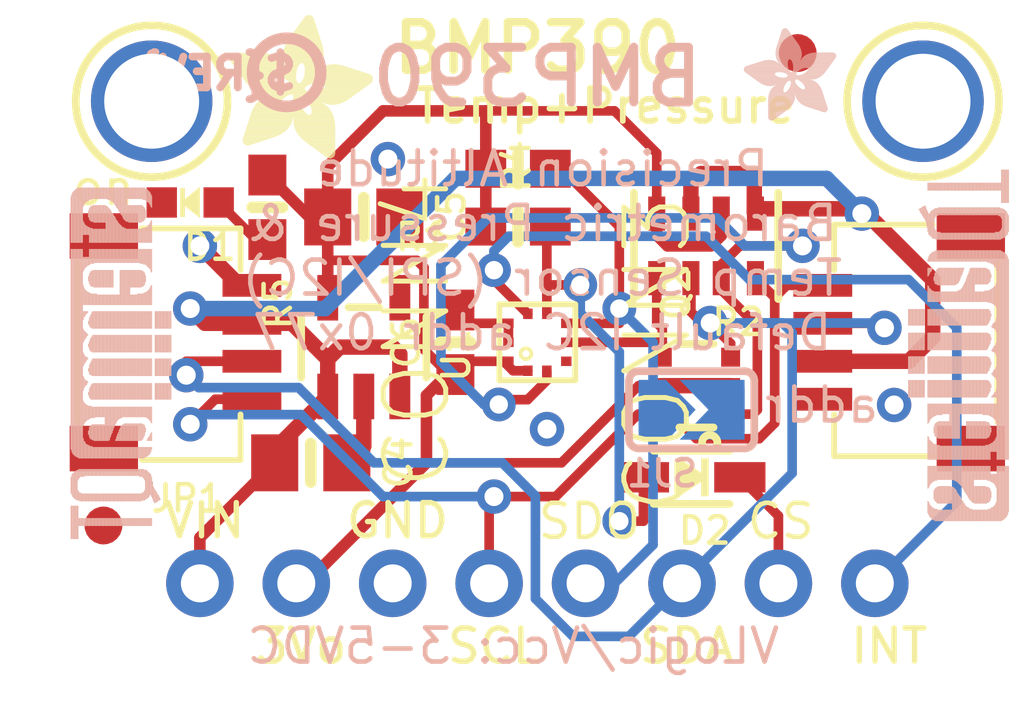
<source format=kicad_pcb>
(kicad_pcb (version 20221018) (generator pcbnew)
  (layers (0 "F.Cu" signal) (31 "B.Cu" signal) (34 "B.Paste" user) (35 "F.Paste" user) (36 "B.SilkS" user "B.Silkscreen") (37 "F.SilkS" user "F.Silkscreen") (38 "B.Mask" user) (39 "F.Mask" user) (44 "Edge.Cuts" user))
  (net 0 "")
  (net 1 "GND")
  (net 2 "SDI_3V")
  (net 3 "SCK_3V")
  (net 4 "CS_3V")
  (net 5 "3.3V")
  (net 6 "SDO/ADR")
  (net 7 "SDI/SDA")
  (net 8 "SCK/SCL")
  (net 9 "CS")
  (net 10 "INT")
  (net 11 "VCC")
  (net 12 "N$1")
  (footprint "Adafruit BMP390:RESPACK_4X0603" (layer "F.Cu") (at 165.6461 93.5736 180)
    (fp_text reference "R2" (at -1.6 -1.6) (layer "F.SilkS") (effects (font (size 0.692831 0.692831) (thickness 0.119969)) (justify right top)))
    (fp_text value "10K")
    (pad "1" smd rect (at -1.3 0.85 180) (size 0.45 0.9) (layers "F.Cu" "F.Paste" "F.Mask") (net 11 "VCC"))
    (pad "2" smd rect (at -0.4 0.85 180) (size 0.45 0.9) (layers "F.Cu" "F.Paste" "F.Mask") (net 5 "3.3V"))
    (pad "3" smd rect (at 0.4 0.85 180) (size 0.45 0.9) (layers "F.Cu" "F.Paste" "F.Mask") (net 11 "VCC"))
    (pad "4" smd rect (at 1.3 0.85 180) (size 0.45 0.9) (layers "F.Cu" "F.Paste" "F.Mask") (net 5 "3.3V"))
    (pad "5" smd rect (at 1.3 -0.85 180) (size 0.45 0.9) (layers "F.Cu" "F.Paste" "F.Mask") (net 2 "SDI_3V"))
    (pad "6" smd rect (at 0.4 -0.85 180) (size 0.45 0.9) (layers "F.Cu" "F.Paste" "F.Mask") (net 7 "SDI/SDA"))
    (pad "7" smd rect (at -0.4 -0.85 180) (size 0.45 0.9) (layers "F.Cu" "F.Paste" "F.Mask") (net 3 "SCK_3V"))
    (pad "8" smd rect (at -1.3 -0.85 180) (size 0.45 0.9) (layers "F.Cu" "F.Paste" "F.Mask") (net 8 "SCK/SCL"))
  )
  (footprint "Adafruit BMP390:0603-NO" (layer "F.Cu") (at 159.0421 96.1136 90)
    (fp_text reference "C6" (at -0.762 -0.889 90) (layer "F.SilkS") (effects (font (size 0.692831 0.692831) (thickness 0.119969)) (justify left bottom)))
    (fp_text value "0.1uF")
    (pad "1" smd rect (at -0.85 0 90) (size 1.075 1) (layers "F.Cu" "F.Paste" "F.Mask") (net 5 "3.3V"))
    (pad "2" smd rect (at 0.85 0 90) (size 1.075 1) (layers "F.Cu" "F.Paste" "F.Mask") (net 1 "GND"))
  )
  (footprint "Adafruit BMP390:JST_SH4" (layer "F.Cu") (at 151.1681 96.1136 -90)
    (fp_text reference "CONN4" (at -4.6 -5.9 90) (layer "F.SilkS") (effects (font (size 1.647139 1.647139) (thickness 0.130861)) (justify right top)))
    (fp_text value "STEMMA_I2C_QT" hide)
    (pad "1" smd rect (at -1.5 -2.514) (size 1.55 0.6) (layers "F.Cu" "F.Paste" "F.Mask") (net 1 "GND"))
    (pad "2" smd rect (at -0.5 -2.514) (size 1.55 0.6) (layers "F.Cu" "F.Paste" "F.Mask") (net 11 "VCC"))
    (pad "3" smd rect (at 0.5 -2.514) (size 1.55 0.6) (layers "F.Cu" "F.Paste" "F.Mask") (net 7 "SDI/SDA"))
    (pad "4" smd rect (at 1.5 -2.514) (size 1.55 0.6) (layers "F.Cu" "F.Paste" "F.Mask") (net 8 "SCK/SCL"))
    (pad "MT1" smd rect (at -2.8 1.386) (size 1.8 1.2) (layers "F.Cu" "F.Paste" "F.Mask") (net 1 "GND"))
    (pad "MT2" smd rect (at 2.8 1.386) (size 1.8 1.2) (layers "F.Cu" "F.Paste" "F.Mask") (net 1 "GND"))
  )
  (footprint "Adafruit BMP390:SOT23-5" (layer "F.Cu") (at 156.6291 96.2406)
    (fp_text reference "U1" (at 2.032 -0.562 90) (layer "F.SilkS") (effects (font (size 0.692831 0.692831) (thickness 0.119969)) (justify right top)))
    (fp_text value "AP2112K-3.3")
    (pad "1" smd rect (at -0.95 1.3001) (size 0.55 1.2) (layers "F.Cu" "F.Paste" "F.Mask") (net 11 "VCC"))
    (pad "2" smd rect (at 0 1.3001) (size 0.55 1.2) (layers "F.Cu" "F.Paste" "F.Mask") (net 1 "GND"))
    (pad "3" smd rect (at 0.95 1.3001) (size 0.55 1.2) (layers "F.Cu" "F.Paste" "F.Mask") (net 11 "VCC"))
    (pad "4" smd rect (at 0.95 -1.3001) (size 0.55 1.2) (layers "F.Cu" "F.Paste" "F.Mask"))
    (pad "5" smd rect (at -0.95 -1.3001) (size 0.55 1.2) (layers "F.Cu" "F.Paste" "F.Mask") (net 5 "3.3V"))
  )
  (footprint "Adafruit BMP390:0805-NO" (layer "F.Cu") (at 155.2321 99.2886)
    (fp_text reference "C4" (at 1.905 -0.762 90) (layer "F.SilkS") (effects (font (size 0.692831 0.692831) (thickness 0.119969)) (justify right top)))
    (fp_text value "10uF")
    (pad "1" smd rect (at -0.95 0) (size 1.24 1.5) (layers "F.Cu" "F.Paste" "F.Mask") (net 11 "VCC"))
    (pad "2" smd rect (at 0.95 0) (size 1.24 1.5) (layers "F.Cu" "F.Paste" "F.Mask") (net 1 "GND"))
  )
  (footprint "Adafruit BMP390:FIDUCIAL_1MM" (layer "F.Cu") (at 149.7711 100.9396)
    (fp_text reference "FID3" hide)
    (fp_text value "FIDUCIAL_1MM" hide)
    (pad "1" smd roundrect (at 0 0) (size 1 1) (layers "F.Cu" "F.Mask") (roundrect_rratio 0.5))
  )
  (footprint "Adafruit BMP390:0603-NO" (layer "F.Cu") (at 160.6931 91.5416 180)
    (fp_text reference "R4" (at 0.4445 0.8255 90) (layer "F.SilkS") (effects (font (size 0.692831 0.692831) (thickness 0.119969)) (justify right top)))
    (fp_text value "10K")
    (pad "1" smd rect (at -0.85 0 180) (size 1.075 1) (layers "F.Cu" "F.Paste" "F.Mask") (net 6 "SDO/ADR"))
    (pad "2" smd rect (at 0.85 0 180) (size 1.075 1) (layers "F.Cu" "F.Paste" "F.Mask") (net 5 "3.3V"))
  )
  (footprint "Adafruit BMP390:JST_SH4" (layer "F.Cu") (at 171.2341 96.1136 90)
    (fp_text reference "CONN3" (at -4.6 -5.9 90) (layer "F.SilkS") (effects (font (size 1.647139 1.647139) (thickness 0.130861)) (justify left bottom)))
    (fp_text value "STEMMA_I2C_QT" hide)
    (pad "1" smd rect (at -1.5 -2.514 180) (size 1.55 0.6) (layers "F.Cu" "F.Paste" "F.Mask") (net 1 "GND"))
    (pad "2" smd rect (at -0.5 -2.514 180) (size 1.55 0.6) (layers "F.Cu" "F.Paste" "F.Mask") (net 11 "VCC"))
    (pad "3" smd rect (at 0.5 -2.514 180) (size 1.55 0.6) (layers "F.Cu" "F.Paste" "F.Mask") (net 7 "SDI/SDA"))
    (pad "4" smd rect (at 1.5 -2.514 180) (size 1.55 0.6) (layers "F.Cu" "F.Paste" "F.Mask") (net 8 "SCK/SCL"))
    (pad "MT1" smd rect (at -2.8 1.386 180) (size 1.8 1.2) (layers "F.Cu" "F.Paste" "F.Mask") (net 1 "GND"))
    (pad "MT2" smd rect (at 2.8 1.386 180) (size 1.8 1.2) (layers "F.Cu" "F.Paste" "F.Mask") (net 1 "GND"))
  )
  (footprint "Adafruit BMP390:CHIPLED_0603_NOOUTLINE" (layer "F.Cu") (at 152.0571 92.4306 90)
    (fp_text reference "D1" (at -0.762 1.27) (layer "F.SilkS") (effects (font (size 0.692831 0.692831) (thickness 0.119969)) (justify right top)))
    (fp_text value "GREEN")
    (pad "A" smd rect (at 0 0.75 90) (size 0.8 0.8) (layers "F.Cu" "F.Paste" "F.Mask") (net 12 "N$1"))
    (pad "C" smd rect (at 0 -0.75 90) (size 0.8 0.8) (layers "F.Cu" "F.Paste" "F.Mask") (net 1 "GND"))
  )
  (footprint "Adafruit BMP390:BMP388" (layer "F.Cu") (at 161.2011 96.1136 180)
    (fp_text reference "IC1" hide)
    (fp_text value "BMP388" hide)
    (pad "1" smd rect (at 0.25 -0.75) (size 0.25 0.275) (layers "F.Cu" "F.Paste" "F.Mask") (net 5 "3.3V"))
    (pad "2" smd rect (at -0.25 -0.75) (size 0.25 0.275) (layers "F.Cu" "F.Paste" "F.Mask") (net 3 "SCK_3V"))
    (pad "3" smd rect (at -0.7625 -0.5 270) (size 0.25 0.275) (layers "F.Cu" "F.Paste" "F.Mask") (net 1 "GND"))
    (pad "4" smd rect (at -0.7625 0 270) (size 0.25 0.275) (layers "F.Cu" "F.Paste" "F.Mask") (net 2 "SDI_3V"))
    (pad "5" smd rect (at -0.7625 0.5 270) (size 0.25 0.275) (layers "F.Cu" "F.Paste" "F.Mask") (net 6 "SDO/ADR"))
    (pad "6" smd rect (at -0.25 0.75) (size 0.25 0.275) (layers "F.Cu" "F.Paste" "F.Mask") (net 4 "CS_3V"))
    (pad "7" smd rect (at 0.25 0.75) (size 0.25 0.275) (layers "F.Cu" "F.Paste" "F.Mask") (net 10 "INT"))
    (pad "8" smd rect (at 0.7625 0.5 270) (size 0.25 0.275) (layers "F.Cu" "F.Paste" "F.Mask") (net 1 "GND"))
    (pad "9" smd rect (at 0.7625 0 270) (size 0.25 0.275) (layers "F.Cu" "F.Paste" "F.Mask") (net 1 "GND"))
    (pad "10" smd rect (at 0.7625 -0.5 270) (size 0.25 0.275) (layers "F.Cu" "F.Paste" "F.Mask") (net 5 "3.3V"))
  )
  (footprint "Adafruit BMP390:0805-NO" (layer "F.Cu") (at 156.6291 92.8116)
    (fp_text reference "C5" (at 1.905 -0.762 90) (layer "F.SilkS") (effects (font (size 0.692831 0.692831) (thickness 0.119969)) (justify right top)))
    (fp_text value "10uF")
    (pad "1" smd rect (at -0.95 0) (size 1.24 1.5) (layers "F.Cu" "F.Paste" "F.Mask") (net 5 "3.3V"))
    (pad "2" smd rect (at 0.95 0) (size 1.24 1.5) (layers "F.Cu" "F.Paste" "F.Mask") (net 1 "GND"))
  )
  (footprint "Adafruit BMP390:ADAFRUIT_3.5MM" (layer "F.Cu") (at 153.0731 91.2876)
    (fp_text reference "U$46" hide)
    (fp_text value "" hide)
  )
  (footprint "Adafruit BMP390:MOUNTINGHOLE_2.5_PLATED" (layer "F.Cu") (at 171.3611 89.7636)
    (fp_text reference "U$41" hide)
    (fp_text value "MOUNTINGHOLE2.5" hide)
    (pad "P$1" thru_hole circle (at 0 0) (size 3.2 3.2) (drill 2.5) (layers "*.Cu" "*.Mask"))
  )
  (footprint "Adafruit BMP390:1X08_ROUND_70" (layer "F.Cu") (at 161.2011 102.4636)
    (fp_text reference "JP1" (at -10.2362 -1.8288) (layer "F.SilkS") (effects (font (size 0.692831 0.692831) (thickness 0.119969)) (justify left bottom)))
    (fp_text value "")
    (pad "1" thru_hole circle (at -8.89 0 90) (size 1.778 1.778) (drill 1) (layers "*.Cu" "*.Mask") (net 11 "VCC"))
    (pad "2" thru_hole circle (at -6.35 0 90) (size 1.778 1.778) (drill 1) (layers "*.Cu" "*.Mask") (net 5 "3.3V"))
    (pad "3" thru_hole circle (at -3.81 0 90) (size 1.778 1.778) (drill 1) (layers "*.Cu" "*.Mask") (net 1 "GND"))
    (pad "4" thru_hole circle (at -1.27 0 90) (size 1.778 1.778) (drill 1) (layers "*.Cu" "*.Mask") (net 8 "SCK/SCL"))
    (pad "5" thru_hole circle (at 1.27 0 90) (size 1.778 1.778) (drill 1) (layers "*.Cu" "*.Mask") (net 6 "SDO/ADR"))
    (pad "6" thru_hole circle (at 3.81 0 90) (size 1.778 1.778) (drill 1) (layers "*.Cu" "*.Mask") (net 7 "SDI/SDA"))
    (pad "7" thru_hole circle (at 6.35 0 90) (size 1.778 1.778) (drill 1) (layers "*.Cu" "*.Mask") (net 9 "CS"))
    (pad "8" thru_hole circle (at 8.89 0 90) (size 1.778 1.778) (drill 1) (layers "*.Cu" "*.Mask") (net 10 "INT"))
  )
  (footprint "Adafruit BMP390:MOUNTINGHOLE_2.5_PLATED" (layer "F.Cu") (at 151.0411 89.7636)
    (fp_text reference "U$40" hide)
    (fp_text value "MOUNTINGHOLE2.5" hide)
    (pad "P$1" thru_hole circle (at 0 0) (size 3.2 3.2) (drill 2.5) (layers "*.Cu" "*.Mask"))
  )
  (footprint "Adafruit BMP390:SOD-323" (layer "F.Cu") (at 165.2651 99.6696 180)
    (fp_text reference "D2" (at -1.1 -1) (layer "F.SilkS") (effects (font (size 0.692831 0.692831) (thickness 0.119969)) (justify right top)))
    (fp_text value "1N4148")
    (pad "A" smd rect (at 1.27 0 180) (size 1.35 0.8) (layers "F.Cu" "F.Paste" "F.Mask") (net 4 "CS_3V"))
    (pad "C" smd rect (at -1.27 0 180) (size 1.35 0.8) (layers "F.Cu" "F.Paste" "F.Mask") (net 9 "CS"))
  )
  (footprint "Adafruit BMP390:FIDUCIAL_1MM" (layer "F.Cu") (at 168.0591 88.4936)
    (fp_text reference "FID4" hide)
    (fp_text value "FIDUCIAL_1MM" hide)
    (pad "1" smd roundrect (at 0 0) (size 1 1) (layers "F.Cu" "F.Mask") (roundrect_rratio 0.5))
  )
  (footprint "Adafruit BMP390:SOT363" (layer "F.Cu") (at 165.3921 97.2566 90)
    (fp_text reference "Q2" (at 1.651 -0.127 90) (layer "F.SilkS") (effects (font (size 0.692831 0.692831) (thickness 0.119969)) (justify left bottom)))
    (fp_text value "BSS138")
    (pad "1" smd rect (at -0.75 0.9 90) (size 0.5 0.5) (layers "F.Cu" "F.Paste" "F.Mask") (net 3 "SCK_3V"))
    (pad "2" smd rect (at 0 0.9 90) (size 0.4 0.5) (layers "F.Cu" "F.Paste" "F.Mask") (net 5 "3.3V"))
    (pad "3" smd rect (at 0.75 0.9 90) (size 0.5 0.5) (layers "F.Cu" "F.Paste" "F.Mask") (net 7 "SDI/SDA"))
    (pad "4" smd rect (at 0.75 -0.9 90) (size 0.5 0.5) (layers "F.Cu" "F.Paste" "F.Mask") (net 2 "SDI_3V"))
    (pad "5" smd rect (at 0 -0.9 90) (size 0.4 0.5) (layers "F.Cu" "F.Paste" "F.Mask") (net 5 "3.3V"))
    (pad "6" smd rect (at -0.75 -0.9 90) (size 0.5 0.5) (layers "F.Cu" "F.Paste" "F.Mask") (net 8 "SCK/SCL"))
  )
  (footprint "Adafruit BMP390:0603-NO" (layer "F.Cu") (at 154.0891 92.5576 -90)
    (fp_text reference "R5" (at 1.778 0.127 90) (layer "F.SilkS") (effects (font (size 0.692831 0.692831) (thickness 0.119969)) (justify right top)))
    (fp_text value "10K")
    (pad "1" smd rect (at -0.85 0 270) (size 1.075 1) (layers "F.Cu" "F.Paste" "F.Mask") (net 5 "3.3V"))
    (pad "2" smd rect (at 0.85 0 270) (size 1.075 1) (layers "F.Cu" "F.Paste" "F.Mask") (net 12 "N$1"))
  )
  (footprint "Adafruit BMP390:0603-NO" (layer "F.Cu") (at 160.6931 93.0656 180)
    (fp_text reference "R1" (at 1.778 0.127) (layer "F.SilkS") (effects (font (size 0.692831 0.692831) (thickness 0.119969)) (justify right top)))
    (fp_text value "10K")
    (pad "1" smd rect (at -0.85 0 180) (size 1.075 1) (layers "F.Cu" "F.Paste" "F.Mask") (net 4 "CS_3V"))
    (pad "2" smd rect (at 0.85 0 180) (size 1.075 1) (layers "F.Cu" "F.Paste" "F.Mask") (net 5 "3.3V"))
  )
  (footprint "Adafruit BMP390:STEMMAQT" (layer "B.Cu") (at 170.9801 100.8126 90)
    (fp_text reference "U$48" hide)
    (fp_text value "" hide)
  )
  (footprint "Adafruit BMP390:ADAFRUIT_2.5MM" (layer "B.Cu") (at 169.0751 90.2716 180)
    (fp_text reference "U$2" hide)
    (fp_text value "" hide)
  )
  (footprint "Adafruit BMP390:SOLDERJUMPER_ARROW_NOPASTE" (layer "B.Cu") (at 165.2651 97.8916)
    (fp_text reference "SJ1" (at -1.778 1.27) (layer "B.SilkS") (effects (font (size 0.692831 0.692831) (thickness 0.119969)) (justify right top mirror)))
    (fp_text value "")
    (fp_poly (pts (xy 0.106121 -0.002663) (xy -0.679416 -0.7882) (xy -1.3946 -0.7882) (xy -1.3946 0.7882) (xy -0.62715 0.7882)) (fill solid) (layer "B.Cu"))
    (fp_poly (pts (xy 1.3946 -0.7882) (xy -0.315893 -0.7882) (xy 0.443148 0) (xy -0.315893 0.7882) (xy 1.3946 0.7882)) (fill solid) (layer "B.Cu"))
    (pad "1" smd roundrect (at -1.016 0) (size 0.762 1.524) (layers "B.Cu") (net 6 "SDO/ADR"))
    (pad "2" smd roundrect (at 1.016 0) (size 0.762 1.524) (layers "B.Cu") (net 1 "GND"))
  )
  (footprint "Adafruit BMP390:STEMMAQT" (layer "B.Cu") (at 151.5491 92.0496 -90)
    (fp_text reference "U$49" hide)
    (fp_text value "" hide)
  )
  (footprint "Adafruit BMP390:PCBFEAT-REV-040" (layer "B.Cu") (at 154.5971 89.0016 180)
    (fp_text reference "U$47" hide)
    (fp_text value "" hide)
    (fp_text user "${REV}" (at -0.3556 -0.508) (layer "B.SilkS") (effects (font (size 0.8128 0.8128) (thickness 0.2032)) (justify left bottom mirror)))
  )
  (gr_text "BMP390" (at 161.2011 89.1286) (layer "B.SilkS") (effects (font (size 1.441704 1.441704) (thickness 0.234696)) (justify mirror)))
  (gr_text "VLogic/Vcc: 3-5VDC" (at 160.5661 104.1146) (layer "B.SilkS") (effects (font (size 0.89408 0.89408) (thickness 0.12192)) (justify mirror)))
  (gr_text "addr" (at 168.6941 97.7646) (layer "B.SilkS") (effects (font (size 0.89408 0.89408) (thickness 0.12192)) (justify mirror)))
  (gr_text "Precision Altitude\nBarometric Pressure &\nTemp Sensor (SPI/I2C)\nDefault I2C addr 0x77" (at 161.3281 93.7006) (layer "B.SilkS") (effects (font (size 0.89408 0.89408) (thickness 0.12192)) (justify mirror)))
  (gr_text "Temp+Pressure" (at 162.9791 89.8906) (layer "F.SilkS") (effects (font (size 0.8636 0.8636) (thickness 0.1524))))
  (gr_text "CS" (at 168.5671 100.3046) (layer "F.SilkS") (effects (font (size 0.89408 0.89408) (thickness 0.12192)) (justify right top)))
  (gr_text "INT" (at 170.4721 104.1146) (layer "F.SilkS") (effects (font (size 0.87376 0.87376) (thickness 0.14224))))
  (gr_text "3Vo" (at 154.9781 104.1146) (layer "F.SilkS") (effects (font (size 0.87376 0.87376) (thickness 0.14224))))
  (gr_text "VIN" (at 152.4381 100.8126) (layer "F.SilkS") (effects (font (size 0.87376 0.87376) (thickness 0.14224))))
  (gr_text "SCL" (at 160.0581 104.1146) (layer "F.SilkS") (effects (font (size 0.87376 0.87376) (thickness 0.14224))))
  (gr_text "on" (at 148.8821 92.5576) (layer "F.SilkS") (effects (font (size 0.89408 0.89408) (thickness 0.12192)) (justify left bottom)))
  (gr_text "BMP390" (at 161.2011 88.3666) (layer "F.SilkS") (effects (font (size 1.25222 1.25222) (thickness 0.22098))))
  (gr_text "GND" (at 157.5181 100.8126) (layer "F.SilkS") (effects (font (size 0.87376 0.87376) (thickness 0.14224))))
  (gr_text "SDA" (at 165.1381 104.1146) (layer "F.SilkS") (effects (font (size 0.87376 0.87376) (thickness 0.14224))))
  (gr_text "SDO" (at 163.9951 100.3046) (layer "F.SilkS") (effects (font (size 0.89408 0.89408) (thickness 0.12192)) (justify right top)))
  (segment (start 156.1821 99.2886) (end 156.6291 98.8416) (width 0.4064) (layer "F.Cu") (net 1))
  (segment (start 156.6291 97.5407) (end 156.6291 98.8416) (width 0.4064) (layer "F.Cu") (net 1))
  (segment (start 159.3921 95.6136) (end 159.0421 95.2636) (width 0.254) (layer "F.Cu") (net 1))
  (segment (start 153.6821 94.6136) (end 153.3511 94.6136) (width 0.4064) (layer "F.Cu") (net 1))
  (segment (start 160.4386 95.6136) (end 159.3921 95.6136) (width 0.254) (layer "F.Cu") (net 1))
  (segment (start 160.4386 95.6136) (end 160.4386 96.1136) (width 0.254) (layer "F.Cu") (net 1))
  (segment (start 153.3511 94.6136) (end 152.3111 93.5736) (width 0.4064) (layer "F.Cu") (net 1))
  (via (at 152.3111 93.5736) (size 0.9064) (drill 0.5) (layers "F.Cu" "B.Cu") (net 1))
  (via (at 157.2641 91.2876) (size 0.9064) (drill 0.5) (layers "F.Cu" "B.Cu") (net 1))
  (via (at 170.5991 97.7646) (size 0.9064) (drill 0.5) (layers "F.Cu" "B.Cu") (net 1))
  (via (at 161.4551 98.3996) (size 0.9064) (drill 0.5) (layers "F.Cu" "B.Cu") (net 1))
  (segment (start 161.9636 96.1136) (end 164.4921 96.1136) (width 0.254) (layer "F.Cu") (net 2))
  (segment (start 164.4921 96.1136) (end 164.4921 95.7446) (width 0.254) (layer "F.Cu") (net 2))
  (segment (start 164.3461 95.5986) (end 164.3461 94.4236) (width 0.254) (layer "F.Cu") (net 2))
  (segment (start 164.4921 95.7446) (end 164.3461 95.5986) (width 0.254) (layer "F.Cu") (net 2))
  (segment (start 164.4921 96.5066) (end 164.4921 96.1136) (width 0.254) (layer "F.Cu") (net 2))
  (segment (start 166.0461 94.4236) (end 166.0461 94.0626) (width 0.254) (layer "F.Cu") (net 3))
  (segment (start 166.0461 94.0626) (end 166.5351 93.5736) (width 0.254) (layer "F.Cu") (net 3))
  (segment (start 166.9969 97.8916) (end 166.8819 98.0066) (width 0.254) (layer "F.Cu") (net 3))
  (segment (start 166.0461 94.4236) (end 166.0461 94.7356) (width 0.254) (layer "F.Cu") (net 3))
  (segment (start 161.4511 97.1176) (end 160.9438 97.6249) (width 0.254) (layer "F.Cu") (net 3))
  (segment (start 166.0461 94.7356) (end 166.9969 95.6864) (width 0.254) (layer "F.Cu") (net 3))
  (segment (start 166.9969 95.6864) (end 166.9969 97.8916) (width 0.254) (layer "F.Cu") (net 3))
  (segment (start 160.3121 97.6249) (end 160.1851 97.7519) (width 0.254) (layer "F.Cu") (net 3))
  (segment (start 160.9438 97.6249) (end 160.3121 97.6249) (width 0.254) (layer "F.Cu") (net 3))
  (segment (start 166.5351 93.5736) (end 168.1861 93.5736) (width 0.254) (layer "F.Cu") (net 3))
  (segment (start 166.2921 98.0066) (end 166.8819 98.0066) (width 0.254) (layer "F.Cu") (net 3))
  (segment (start 161.4511 96.8636) (end 161.4511 97.1176) (width 0.254) (layer "F.Cu") (net 3))
  (via (at 168.1861 93.5736) (size 0.9064) (drill 0.5) (layers "F.Cu" "B.Cu") (net 3))
  (via (at 160.1851 97.7519) (size 0.889) (drill 0.4826) (layers "F.Cu" "B.Cu") (net 3))
  (segment (start 166.6621 93.5736) (end 165.9255 92.837) (width 0.254) (layer "B.Cu") (net 3))
  (segment (start 166.6621 93.5736) (end 168.1861 93.5736) (width 0.254) (layer "B.Cu") (net 3))
  (segment (start 158.6611 94.0816) (end 159.9057 92.837) (width 0.254) (layer "B.Cu") (net 3))
  (segment (start 158.6611 96.6216) (end 158.6611 94.0816) (width 0.254) (layer "B.Cu") (net 3))
  (segment (start 159.7914 97.7519) (end 158.6611 96.6216) (width 0.254) (layer "B.Cu") (net 3))
  (segment (start 160.1851 97.7519) (end 159.7914 97.7519) (width 0.254) (layer "B.Cu") (net 3))
  (segment (start 159.9057 92.837) (end 165.9255 92.837) (width 0.254) (layer "B.Cu") (net 3))
  (segment (start 163.3601 100.8253) (end 163.9951 100.8253) (width 0.254) (layer "F.Cu") (net 4))
  (segment (start 161.4511 95.3636) (end 161.4511 94.611) (width 0.254) (layer "F.Cu") (net 4))
  (segment (start 161.4511 93.1576) (end 161.4511 94.5936) (width 0.254) (layer "F.Cu") (net 4))
  (segment (start 161.4511 94.611) (end 161.4424 94.6023) (width 0.254) (layer "F.Cu") (net 4))
  (segment (start 161.4424 94.6023) (end 162.3314 94.6023) (width 0.254) (layer "F.Cu") (net 4))
  (segment (start 161.5431 93.0656) (end 161.4511 93.1576) (width 0.254) (layer "F.Cu") (net 4))
  (segment (start 161.4511 94.5936) (end 161.4424 94.6023) (width 0.254) (layer "F.Cu") (net 4))
  (segment (start 163.9951 99.6696) (end 163.9951 100.8253) (width 0.254) (layer "F.Cu") (net 4))
  (via (at 163.3601 100.8253) (size 0.889) (drill 0.4826) (layers "F.Cu" "B.Cu") (net 4))
  (via (at 162.3314 94.6023) (size 0.889) (drill 0.4826) (layers "F.Cu" "B.Cu") (net 4))
  (segment (start 162.3314 95.3389) (end 163.3601 96.3676) (width 0.254) (layer "B.Cu") (net 4))
  (segment (start 163.3601 96.3676) (end 163.3601 100.8253) (width 0.254) (layer "B.Cu") (net 4))
  (segment (start 162.3314 94.6023) (end 162.3314 95.3389) (width 0.254) (layer "B.Cu") (net 4))
  (segment (start 155.6791 92.8116) (end 155.6791 93.9546) (width 0.3048) (layer "F.Cu") (net 5))
  (segment (start 164.6301 93.5736) (end 164.3461 93.2896) (width 0.3048) (layer "F.Cu") (net 5))
  (segment (start 164.3461 92.7236) (end 164.3461 91.1306) (width 0.254) (layer "F.Cu") (net 5))
  (segment (start 157.1371 90.0176) (end 159.8431 90.0176) (width 0.3048) (layer "F.Cu") (net 5))
  (segment (start 155.6791 91.4756) (end 157.1371 90.0176) (width 0.3048) (layer "F.Cu") (net 5))
  (segment (start 161.8361 99.2886) (end 158.2801 99.2886) (width 0.254) (layer "F.Cu") (net 5))
  (segment (start 155.6791 92.8116) (end 155.6791 91.4756) (width 0.3048) (layer "F.Cu") (net 5))
  (segment (start 158.2119 94.589325) (end 158.2166 94.584625) (width 0.254) (layer "F.Cu") (net 5))
  (segment (start 155.1931 92.8116) (end 155.6791 92.8116) (width 0.3048) (layer "F.Cu") (net 5))
  (segment (start 163.2331 90.0176) (end 159.8431 90.0176) (width 0.254) (layer "F.Cu") (net 5))
  (segment (start 164.4921 97.2566) (end 163.8681 97.2566) (width 0.254) (layer "F.Cu") (net 5))
  (segment (start 158.8271 96.9636) (end 158.2801 97.5106) (width 0.3048) (layer "F.Cu") (net 5))
  (segment (start 159.3921 96.6136) (end 159.0421 96.9636) (width 0.254) (layer "F.Cu") (net 5))
  (segment (start 159.0421 96.9636) (end 158.8271 96.9636) (width 0.3048) (layer "F.Cu") (net 5))
  (segment (start 160.5621 96.8636) (end 160.3121 96.6136) (width 0.254) (layer "F.Cu") (net 5))
  (segment (start 159.0421 96.9636) (end 158.8761 96.9636) (width 0.254) (layer "F.Cu") (net 5))
  (segment (start 158.2166 94.1451) (end 158.0261 93.9546) (width 0.254) (layer "F.Cu") (net 5))
  (segment (start 154.0891 91.7076) (end 155.1931 92.8116) (width 0.3048) (layer "F.Cu") (net 5))
  (segment (start 158.2119 96.2994) (end 158.2119 94.589325) (width 0.254) (layer "F.Cu") (net 5))
  (segment (start 160.3121 96.6136) (end 159.3921 96.6136) (width 0.254) (layer "F.Cu") (net 5))
  (segment (start 166.0461 93.3006) (end 165.7731 93.5736) (width 0.3048) (layer "F.Cu") (net 5))
  (segment (start 166.0461 92.7236) (end 166.0461 93.3006) (width 0.3048) (layer "F.Cu") (net 5))
  (segment (start 165.7731 93.5736) (end 164.6301 93.5736) (width 0.3048) (layer "F.Cu") (net 5))
  (segment (start 158.2801 97.5106) (end 158.2801 99.2886) (width 0.3048) (layer "F.Cu") (net 5))
  (segment (start 164.3461 91.1306) (end 163.2331 90.0176) (width 0.254) (layer "F.Cu") (net 5))
  (segment (start 154.8511 102.4636) (end 155.1051 102.4636) (width 0.3048) (layer "F.Cu") (net 5))
  (segment (start 160.4386 96.6136) (end 160.3121 96.6136) (width 0.254) (layer "F.Cu") (net 5))
  (segment (start 164.4921 97.2566) (end 166.2921 97.2566) (width 0.4064) (layer "F.Cu") (net 5))
  (segment (start 158.8761 96.9636) (end 158.2119 96.2994) (width 0.254) (layer "F.Cu") (net 5))
  (segment (start 160.9511 96.8636) (end 160.5621 96.8636) (width 0.254) (layer "F.Cu") (net 5))
  (segment (start 163.8681 97.2566) (end 161.8361 99.2886) (width 0.254) (layer "F.Cu") (net 5))
  (segment (start 159.8431 90.0176) (end 159.8431 91.5416) (width 0.3048) (layer "F.Cu") (net 5))
  (segment (start 155.6791 93.9546) (end 158.0261 93.9546) (width 0.254) (layer "F.Cu") (net 5))
  (segment (start 155.6791 93.9546) (end 155.6791 94.9405) (width 0.3048) (layer "F.Cu") (net 5))
  (segment (start 159.8431 91.5416) (end 159.8431 93.0656) (width 0.3048) (layer "F.Cu") (net 5))
  (segment (start 158.2801 99.2886) (end 155.1051 102.4636) (width 0.3048) (layer "F.Cu") (net 5))
  (segment (start 158.2166 94.584625) (end 158.2166 94.1451) (width 0.254) (layer "F.Cu") (net 5))
  (segment (start 164.3461 93.2896) (end 164.3461 92.7236) (width 0.3048) (layer "F.Cu") (net 5))
  (segment (start 161.8361 91.5416) (end 161.5431 91.5416) (width 0.254) (layer "F.Cu") (net 6))
  (segment (start 163.3601 93.0656) (end 161.8361 91.5416) (width 0.254) (layer "F.Cu") (net 6))
  (segment (start 163.3601 95.2246) (end 163.3601 93.0656) (width 0.254) (layer "F.Cu") (net 6))
  (segment (start 161.9636 95.6136) (end 163.3601 95.6136) (width 0.254) (layer "F.Cu") (net 6))
  (segment (start 163.3601 95.6136) (end 163.3601 95.2246) (width 0.254) (layer "F.Cu") (net 6))
  (via (at 163.3601 95.2246) (size 0.889) (drill 0.4826) (layers "F.Cu" "B.Cu") (net 6))
  (segment (start 164.2491 98.3996) (end 164.2491 101.4476) (width 0.254) (layer "B.Cu") (net 6))
  (segment (start 164.2491 101.4476) (end 163.2331 102.4636) (width 0.254) (layer "B.Cu") (net 6))
  (segment (start 163.3601 95.2246) (end 164.2491 96.1136) (width 0.254) (layer "B.Cu") (net 6))
  (segment (start 164.2491 97.8916) (end 164.2491 98.3996) (width 0.2032) (layer "B.Cu") (net 6))
  (segment (start 163.2331 102.4636) (end 162.4711 102.4636) (width 0.254) (layer "B.Cu") (net 6))
  (segment (start 164.2491 96.1136) (end 164.2491 97.8916) (width 0.254) (layer "B.Cu") (net 6))
  (segment (start 153.6821 96.6136) (end 151.952706 96.6136) (width 0.254) (layer "F.Cu") (net 7))
  (segment (start 166.2921 96.5066) (end 166.2921 96.1436) (width 0.254) (layer "F.Cu") (net 7))
  (segment (start 168.7201 95.6136) (end 170.2261 95.6136) (width 0.254) (layer "F.Cu") (net 7))
  (segment (start 165.2461 95.3126) (end 165.5391 95.6056) (width 0.254) (layer "F.Cu") (net 7))
  (segment (start 151.952706 96.6136) (end 151.952706 96.979994) (width 0.254) (layer "F.Cu") (net 7))
  (segment (start 166.2921 96.1436) (end 165.7541 95.6056) (width 0.254) (layer "F.Cu") (net 7))
  (segment (start 165.5391 95.6056) (end 165.7541 95.6056) (width 0.254) (layer "F.Cu") (net 7))
  (segment (start 165.2461 94.4236) (end 165.2461 95.3126) (width 0.254) (layer "F.Cu") (net 7))
  (segment (start 170.2261 95.6136) (end 170.3451 95.7326) (width 0.254) (layer "F.Cu") (net 7))
  (via (at 165.7541 95.6056) (size 0.9064) (drill 0.5) (layers "F.Cu" "B.Cu") (net 7))
  (via (at 170.3451 95.7326) (size 0.9064) (drill 0.5) (layers "F.Cu" "B.Cu") (net 7))
  (via (at 151.952706 96.979994) (size 0.9064) (drill 0.5) (layers "F.Cu" "B.Cu") (net 7))
  (segment (start 161.1503 102.867013) (end 162.143887 103.8606) (width 0.254) (layer "B.Cu") (net 7))
  (segment (start 151.952706 96.979994) (end 152.280112 97.3074) (width 0.254) (layer "B.Cu") (net 7))
  (segment (start 156.894681 99.2886) (end 160.277 99.2886) (width 0.254) (layer "B.Cu") (net 7))
  (segment (start 167.9131 95.8596) (end 167.6591 95.6056) (width 0.254) (layer "B.Cu") (net 7))
  (segment (start 162.143887 103.8606) (end 163.6141 103.8606) (width 0.254) (layer "B.Cu") (net 7))
  (segment (start 154.913481 97.3074) (end 156.894681 99.2886) (width 0.254) (layer "B.Cu") (net 7))
  (segment (start 163.6141 103.8606) (end 165.0111 102.4636) (width 0.254) (layer "B.Cu") (net 7))
  (segment (start 165.7541 95.6056) (end 167.6591 95.6056) (width 0.254) (layer "B.Cu") (net 7))
  (segment (start 170.3451 95.7326) (end 170.2181 95.6056) (width 0.254) (layer "B.Cu") (net 7))
  (segment (start 152.280112 97.3074) (end 154.913481 97.3074) (width 0.254) (layer "B.Cu") (net 7))
  (segment (start 161.1503 100.1619) (end 161.1503 102.867013) (width 0.254) (layer "B.Cu") (net 7))
  (segment (start 170.2181 95.6056) (end 165.7541 95.6056) (width 0.254) (layer "B.Cu") (net 7))
  (segment (start 167.9131 95.8596) (end 167.9131 99.5616) (width 0.254) (layer "B.Cu") (net 7))
  (segment (start 160.277 99.2886) (end 161.1503 100.1619) (width 0.254) (layer "B.Cu") (net 7))
  (segment (start 167.9131 99.5616) (end 165.0111 102.4636) (width 0.254) (layer "B.Cu") (net 7))
  (segment (start 167.7721 94.6136) (end 167.4541 94.9316) (width 0.254) (layer "F.Cu") (net 8))
  (segment (start 164.4921 98.0066) (end 163.8571 98.0066) (width 0.254) (layer "F.Cu") (net 8))
  (segment (start 152.7161 97.6136) (end 152.0571 98.2726) (width 0.254) (layer "F.Cu") (net 8))
  (segment (start 160.0581 100.1776) (end 159.9311 100.3046) (width 0.254) (layer "F.Cu") (net 8))
  (segment (start 165.3921 98.6536) (end 164.7451 98.0066) (width 0.254) (layer "F.Cu") (net 8))
  (segment (start 159.9311 100.3046) (end 159.9311 102.4636) (width 0.254) (layer "F.Cu") (net 8))
  (segment (start 163.8571 98.0066) (end 161.6861 100.1776) (width 0.254) (layer "F.Cu") (net 8))
  (segment (start 161.6861 100.1776) (end 160.0581 100.1776) (width 0.254) (layer "F.Cu") (net 8))
  (segment (start 153.6821 97.6136) (end 152.7161 97.6136) (width 0.254) (layer "F.Cu") (net 8))
  (segment (start 167.4541 94.9316) (end 167.4541 98.2426) (width 0.254) (layer "F.Cu") (net 8))
  (segment (start 167.4541 98.2426) (end 167.0431 98.6536) (width 0.254) (layer "F.Cu") (net 8))
  (segment (start 168.7201 94.6136) (end 167.7721 94.6136) (width 0.254) (layer "F.Cu") (net 8))
  (segment (start 166.9461 94.4236) (end 167.4541 94.9316) (width 0.254) (layer "F.Cu") (net 8))
  (segment (start 167.0431 98.6536) (end 165.3921 98.6536) (width 0.254) (layer "F.Cu") (net 8))
  (segment (start 164.4921 98.0066) (end 164.7451 98.0066) (width 0.254) (layer "F.Cu") (net 8))
  (via (at 152.0571 98.2726) (size 0.9064) (drill 0.5) (layers "F.Cu" "B.Cu") (net 8))
  (via (at 160.0581 100.1776) (size 0.9064) (drill 0.5) (layers "F.Cu" "B.Cu") (net 8))
  (segment (start 160.0581 100.1776) (end 157.1371 100.1776) (width 0.254) (layer "B.Cu") (net 8))
  (segment (start 157.1371 100.1776) (end 154.9781 98.0186) (width 0.254) (layer "B.Cu") (net 8))
  (segment (start 154.9781 98.0186) (end 152.3111 98.0186) (width 0.254) (layer "B.Cu") (net 8))
  (segment (start 152.0571 98.2726) (end 152.3111 98.0186) (width 0.254) (layer "B.Cu") (net 8))
  (segment (start 166.5351 99.6696) (end 167.5511 100.6856) (width 0.254) (layer "F.Cu") (net 9))
  (segment (start 167.5511 100.6856) (end 167.5511 102.4636) (width 0.254) (layer "F.Cu") (net 9))
  (segment (start 160.0581 94.4706) (end 160.0581 94.2133) (width 0.254) (layer "F.Cu") (net 10))
  (segment (start 160.9511 95.3636) (end 160.0581 94.4706) (width 0.254) (layer "F.Cu") (net 10))
  (via (at 160.0581 94.2133) (size 0.889) (drill 0.4826) (layers "F.Cu" "B.Cu") (net 10))
  (segment (start 170.9801 94.4626) (end 172.2501 95.7326) (width 0.254) (layer "B.Cu") (net 10))
  (segment (start 172.2501 95.7326) (end 172.2501 100.3046) (width 0.254) (layer "B.Cu") (net 10))
  (segment (start 160.4438 93.3196) (end 165.6461 93.3196) (width 0.254) (layer "B.Cu") (net 10))
  (segment (start 172.2501 100.3046) (end 170.0911 102.4636) (width 0.254) (layer "B.Cu") (net 10))
  (segment (start 160.0581 93.7053) (end 160.0581 94.2133) (width 0.254) (layer "B.Cu") (net 10))
  (segment (start 160.4438 93.3196) (end 160.0581 93.7053) (width 0.254) (layer "B.Cu") (net 10))
  (segment (start 165.6461 93.3196) (end 166.7891 94.4626) (width 0.254) (layer "B.Cu") (net 10))
  (segment (start 166.7891 94.4626) (end 170.9801 94.4626) (width 0.254) (layer "B.Cu") (net 10))
  (segment (start 165.5191 91.6686) (end 166.9161 91.6686) (width 0.4064) (layer "F.Cu") (net 11))
  (segment (start 165.2461 92.7236) (end 165.2461 91.9416) (width 0.4064) (layer "F.Cu") (net 11))
  (segment (start 168.7201 96.6136) (end 170.9881 96.6136) (width 0.4064) (layer "F.Cu") (net 11))
  (segment (start 153.6821 95.6136) (end 154.7371 95.6136) (width 0.4064) (layer "F.Cu") (net 11))
  (segment (start 152.3111 101.2596) (end 152.3111 102.4636) (width 0.3048) (layer "F.Cu") (net 11))
  (segment (start 155.6791 97.5407) (end 154.2821 98.9377) (width 0.4064) (layer "F.Cu") (net 11))
  (segment (start 157.5791 97.5407) (end 157.5791 96.4286) (width 0.4064) (layer "F.Cu") (net 11))
  (segment (start 171.6151 94.4626) (end 169.8761 92.7236) (width 0.4064) (layer "F.Cu") (net 11))
  (segment (start 169.7491 92.7236) (end 169.6221 92.5966) (width 0.4064) (layer "F.Cu") (net 11))
  (segment (start 166.9161 92.6936) (end 166.9461 92.7236) (width 0.4064) (layer "F.Cu") (net 11))
  (segment (start 169.8761 92.7236) (end 169.7491 92.7236) (width 0.4064) (layer "F.Cu") (net 11))
  (segment (start 154.2821 99.2886) (end 152.3111 101.2596) (width 0.3048) (layer "F.Cu") (net 11))
  (segment (start 154.7371 95.6136) (end 155.6791 96.5556) (width 0.4064) (layer "F.Cu") (net 11))
  (segment (start 157.5791 96.4286) (end 157.391096 96.2406) (width 0.4064) (layer "F.Cu") (net 11))
  (segment (start 170.9881 96.6136) (end 171.6151 95.9866) (width 0.4064) (layer "F.Cu") (net 11))
  (segment (start 152.4461 95.6136) (end 152.0571 95.2246) (width 0.4064) (layer "F.Cu") (net 11))
  (segment (start 171.6151 95.9866) (end 171.6151 94.4626) (width 0.4064) (layer "F.Cu") (net 11))
  (segment (start 169.6221 92.5966) (end 167.0731 92.5966) (width 0.4064) (layer "F.Cu") (net 11))
  (segment (start 155.9941 96.2406) (end 155.6791 96.5556) (width 0.4064) (layer "F.Cu") (net 11))
  (segment (start 153.6821 95.6136) (end 152.4461 95.6136) (width 0.4064) (layer "F.Cu") (net 11))
  (segment (start 155.6791 96.5556) (end 155.6791 97.5407) (width 0.4064) (layer "F.Cu") (net 11))
  (segment (start 154.2821 98.9377) (end 154.2821 99.2886) (width 0.4064) (layer "F.Cu") (net 11))
  (segment (start 166.9461 92.7236) (end 167.0731 92.5966) (width 0.4064) (layer "F.Cu") (net 11))
  (segment (start 157.391096 96.2406) (end 155.9941 96.2406) (width 0.4064) (layer "F.Cu") (net 11))
  (segment (start 166.9161 91.6686) (end 166.9161 92.6936) (width 0.4064) (layer "F.Cu") (net 11))
  (segment (start 165.2461 91.9416) (end 165.5191 91.6686) (width 0.4064) (layer "F.Cu") (net 11))
  (via (at 152.0571 95.2246) (size 0.9064) (drill 0.5) (layers "F.Cu" "B.Cu") (net 11))
  (via (at 169.7491 92.7236) (size 0.9064) (drill 0.5) (layers "F.Cu" "B.Cu") (net 11))
  (segment (start 159.0421 91.7956) (end 155.6131 95.2246) (width 0.4064) (layer "B.Cu") (net 11))
  (segment (start 168.8211 91.7956) (end 159.0421 91.7956) (width 0.4064) (layer "B.Cu") (net 11))
  (segment (start 169.7491 92.7236) (end 168.8211 91.7956) (width 0.4064) (layer "B.Cu") (net 11))
  (segment (start 152.0571 95.2246) (end 155.6131 95.2246) (width 0.4064) (layer "B.Cu") (net 11))
  (segment (start 153.7841 93.4076) (end 154.0891 93.4076) (width 0.254) (layer "F.Cu") (net 12))
  (segment (start 152.8071 92.4306) (end 153.7841 93.4076) (width 0.254) (layer "F.Cu") (net 12))
)
</source>
